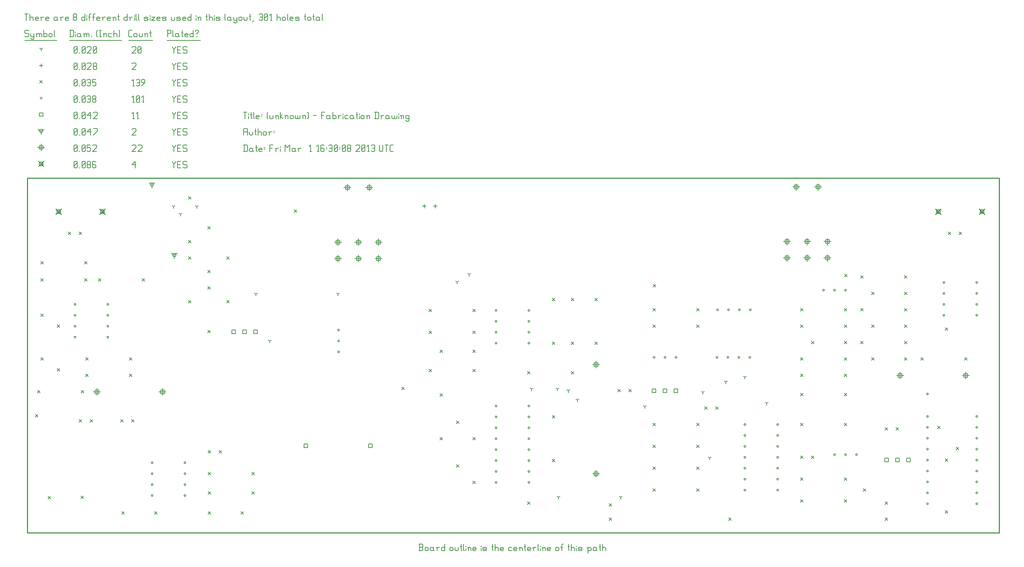
<source format=gbr>
G04 start of page 10 for group -3984 idx -3984 *
G04 Title: (unknown), fab *
G04 Creator: pcb 20110918 *
G04 CreationDate: Fri Mar  1 16:30:08 2013 UTC *
G04 For: fosse *
G04 Format: Gerber/RS-274X *
G04 PCB-Dimensions: 893500 333500 *
G04 PCB-Coordinate-Origin: lower left *
%MOIN*%
%FSLAX25Y25*%
%LNFAB*%
%ADD102C,0.0100*%
%ADD101C,0.0060*%
%ADD100R,0.0080X0.0080*%
%ADD99C,0.0001*%
G54D99*G36*
X833100Y303966D02*X838466Y298600D01*
X837900Y298034D01*
X832534Y303400D01*
X833100Y303966D01*
G37*
G36*
X832534Y298600D02*X837900Y303966D01*
X838466Y303400D01*
X833100Y298034D01*
X832534Y298600D01*
G37*
G54D100*X833900Y302600D02*X837100D01*
X833900D02*Y299400D01*
X837100D01*
Y302600D02*Y299400D01*
G54D99*G36*
X873100Y303966D02*X878466Y298600D01*
X877900Y298034D01*
X872534Y303400D01*
X873100Y303966D01*
G37*
G36*
X872534Y298600D02*X877900Y303966D01*
X878466Y303400D01*
X873100Y298034D01*
X872534Y298600D01*
G37*
G54D100*X873900Y302600D02*X877100D01*
X873900D02*Y299400D01*
X877100D01*
Y302600D02*Y299400D01*
G54D99*G36*
X28600Y303966D02*X33966Y298600D01*
X33400Y298034D01*
X28034Y303400D01*
X28600Y303966D01*
G37*
G36*
X28034Y298600D02*X33400Y303966D01*
X33966Y303400D01*
X28600Y298034D01*
X28034Y298600D01*
G37*
G54D100*X29400Y302600D02*X32600D01*
X29400D02*Y299400D01*
X32600D01*
Y302600D02*Y299400D01*
G54D99*G36*
X68600Y303966D02*X73966Y298600D01*
X73400Y298034D01*
X68034Y303400D01*
X68600Y303966D01*
G37*
G36*
X68034Y298600D02*X73400Y303966D01*
X73966Y303400D01*
X68600Y298034D01*
X68034Y298600D01*
G37*
G54D100*X69400Y302600D02*X72600D01*
X69400D02*Y299400D01*
X72600D01*
Y302600D02*Y299400D01*
G54D99*G36*
X12600Y347716D02*X17966Y342350D01*
X17400Y341784D01*
X12034Y347150D01*
X12600Y347716D01*
G37*
G36*
X12034Y342350D02*X17400Y347716D01*
X17966Y347150D01*
X12600Y341784D01*
X12034Y342350D01*
G37*
G54D100*X13400Y346350D02*X16600D01*
X13400D02*Y343150D01*
X16600D01*
Y346350D02*Y343150D01*
G54D101*X135000Y347000D02*Y346250D01*
X136500Y344750D01*
X138000Y346250D01*
Y347000D02*Y346250D01*
X136500Y344750D02*Y341000D01*
X139800Y344000D02*X142050D01*
X139800Y341000D02*X142800D01*
X139800Y347000D02*Y341000D01*
Y347000D02*X142800D01*
X147600D02*X148350Y346250D01*
X145350Y347000D02*X147600D01*
X144600Y346250D02*X145350Y347000D01*
X144600Y346250D02*Y344750D01*
X145350Y344000D01*
X147600D01*
X148350Y343250D01*
Y341750D01*
X147600Y341000D02*X148350Y341750D01*
X145350Y341000D02*X147600D01*
X144600Y341750D02*X145350Y341000D01*
X98000Y344000D02*X101000Y347000D01*
X98000Y344000D02*X101750D01*
X101000Y347000D02*Y341000D01*
X45000Y341750D02*X45750Y341000D01*
X45000Y346250D02*Y341750D01*
Y346250D02*X45750Y347000D01*
X47250D01*
X48000Y346250D01*
Y341750D01*
X47250Y341000D02*X48000Y341750D01*
X45750Y341000D02*X47250D01*
X45000Y342500D02*X48000Y345500D01*
X49800Y341000D02*X50550D01*
X52350Y341750D02*X53100Y341000D01*
X52350Y346250D02*Y341750D01*
Y346250D02*X53100Y347000D01*
X54600D01*
X55350Y346250D01*
Y341750D01*
X54600Y341000D02*X55350Y341750D01*
X53100Y341000D02*X54600D01*
X52350Y342500D02*X55350Y345500D01*
X57150Y341750D02*X57900Y341000D01*
X57150Y343250D02*Y341750D01*
Y343250D02*X57900Y344000D01*
X59400D01*
X60150Y343250D01*
Y341750D01*
X59400Y341000D02*X60150Y341750D01*
X57900Y341000D02*X59400D01*
X57150Y344750D02*X57900Y344000D01*
X57150Y346250D02*Y344750D01*
Y346250D02*X57900Y347000D01*
X59400D01*
X60150Y346250D01*
Y344750D01*
X59400Y344000D02*X60150Y344750D01*
X64200Y347000D02*X64950Y346250D01*
X62700Y347000D02*X64200D01*
X61950Y346250D02*X62700Y347000D01*
X61950Y346250D02*Y341750D01*
X62700Y341000D01*
X64200Y344000D02*X64950Y343250D01*
X61950Y344000D02*X64200D01*
X62700Y341000D02*X64200D01*
X64950Y341750D01*
Y343250D02*Y341750D01*
X705500Y326700D02*Y320300D01*
X702300Y323500D02*X708700D01*
X703900Y325100D02*X707100D01*
X703900D02*Y321900D01*
X707100D01*
Y325100D02*Y321900D01*
X725500Y326700D02*Y320300D01*
X722300Y323500D02*X728700D01*
X723900Y325100D02*X727100D01*
X723900D02*Y321900D01*
X727100D01*
Y325100D02*Y321900D01*
X715500Y276700D02*Y270300D01*
X712300Y273500D02*X718700D01*
X713900Y275100D02*X717100D01*
X713900D02*Y271900D01*
X717100D01*
Y275100D02*Y271900D01*
X697000Y276700D02*Y270300D01*
X693800Y273500D02*X700200D01*
X695400Y275100D02*X698600D01*
X695400D02*Y271900D01*
X698600D01*
Y275100D02*Y271900D01*
X734000Y276700D02*Y270300D01*
X730800Y273500D02*X737200D01*
X732400Y275100D02*X735600D01*
X732400D02*Y271900D01*
X735600D01*
Y275100D02*Y271900D01*
X697000Y261700D02*Y255300D01*
X693800Y258500D02*X700200D01*
X695400Y260100D02*X698600D01*
X695400D02*Y256900D01*
X698600D01*
Y260100D02*Y256900D01*
X715500Y261700D02*Y255300D01*
X712300Y258500D02*X718700D01*
X713900Y260100D02*X717100D01*
X713900D02*Y256900D01*
X717100D01*
Y260100D02*Y256900D01*
X734000Y261700D02*Y255300D01*
X730800Y258500D02*X737200D01*
X732400Y260100D02*X735600D01*
X732400D02*Y256900D01*
X735600D01*
Y260100D02*Y256900D01*
X522500Y164200D02*Y157800D01*
X519300Y161000D02*X525700D01*
X520900Y162600D02*X524100D01*
X520900D02*Y159400D01*
X524100D01*
Y162600D02*Y159400D01*
X522500Y64200D02*Y57800D01*
X519300Y61000D02*X525700D01*
X520900Y62600D02*X524100D01*
X520900D02*Y59400D01*
X524100D01*
Y62600D02*Y59400D01*
X295000Y326200D02*Y319800D01*
X291800Y323000D02*X298200D01*
X293400Y324600D02*X296600D01*
X293400D02*Y321400D01*
X296600D01*
Y324600D02*Y321400D01*
X315000Y326200D02*Y319800D01*
X311800Y323000D02*X318200D01*
X313400Y324600D02*X316600D01*
X313400D02*Y321400D01*
X316600D01*
Y324600D02*Y321400D01*
X305000Y276200D02*Y269800D01*
X301800Y273000D02*X308200D01*
X303400Y274600D02*X306600D01*
X303400D02*Y271400D01*
X306600D01*
Y274600D02*Y271400D01*
X286500Y276200D02*Y269800D01*
X283300Y273000D02*X289700D01*
X284900Y274600D02*X288100D01*
X284900D02*Y271400D01*
X288100D01*
Y274600D02*Y271400D01*
X323500Y276200D02*Y269800D01*
X320300Y273000D02*X326700D01*
X321900Y274600D02*X325100D01*
X321900D02*Y271400D01*
X325100D01*
Y274600D02*Y271400D01*
X286500Y261200D02*Y254800D01*
X283300Y258000D02*X289700D01*
X284900Y259600D02*X288100D01*
X284900D02*Y256400D01*
X288100D01*
Y259600D02*Y256400D01*
X305000Y261200D02*Y254800D01*
X301800Y258000D02*X308200D01*
X303400Y259600D02*X306600D01*
X303400D02*Y256400D01*
X306600D01*
Y259600D02*Y256400D01*
X323500Y261200D02*Y254800D01*
X320300Y258000D02*X326700D01*
X321900Y259600D02*X325100D01*
X321900D02*Y256400D01*
X325100D01*
Y259600D02*Y256400D01*
X800500Y154200D02*Y147800D01*
X797300Y151000D02*X803700D01*
X798900Y152600D02*X802100D01*
X798900D02*Y149400D01*
X802100D01*
Y152600D02*Y149400D01*
X860500Y154200D02*Y147800D01*
X857300Y151000D02*X863700D01*
X858900Y152600D02*X862100D01*
X858900D02*Y149400D01*
X862100D01*
Y152600D02*Y149400D01*
X66000Y139200D02*Y132800D01*
X62800Y136000D02*X69200D01*
X64400Y137600D02*X67600D01*
X64400D02*Y134400D01*
X67600D01*
Y137600D02*Y134400D01*
X126000Y139200D02*Y132800D01*
X122800Y136000D02*X129200D01*
X124400Y137600D02*X127600D01*
X124400D02*Y134400D01*
X127600D01*
Y137600D02*Y134400D01*
X15000Y362950D02*Y356550D01*
X11800Y359750D02*X18200D01*
X13400Y361350D02*X16600D01*
X13400D02*Y358150D01*
X16600D01*
Y361350D02*Y358150D01*
X135000Y362000D02*Y361250D01*
X136500Y359750D01*
X138000Y361250D01*
Y362000D02*Y361250D01*
X136500Y359750D02*Y356000D01*
X139800Y359000D02*X142050D01*
X139800Y356000D02*X142800D01*
X139800Y362000D02*Y356000D01*
Y362000D02*X142800D01*
X147600D02*X148350Y361250D01*
X145350Y362000D02*X147600D01*
X144600Y361250D02*X145350Y362000D01*
X144600Y361250D02*Y359750D01*
X145350Y359000D01*
X147600D01*
X148350Y358250D01*
Y356750D01*
X147600Y356000D02*X148350Y356750D01*
X145350Y356000D02*X147600D01*
X144600Y356750D02*X145350Y356000D01*
X98000Y361250D02*X98750Y362000D01*
X101000D01*
X101750Y361250D01*
Y359750D01*
X98000Y356000D02*X101750Y359750D01*
X98000Y356000D02*X101750D01*
X103550Y361250D02*X104300Y362000D01*
X106550D01*
X107300Y361250D01*
Y359750D01*
X103550Y356000D02*X107300Y359750D01*
X103550Y356000D02*X107300D01*
X45000Y356750D02*X45750Y356000D01*
X45000Y361250D02*Y356750D01*
Y361250D02*X45750Y362000D01*
X47250D01*
X48000Y361250D01*
Y356750D01*
X47250Y356000D02*X48000Y356750D01*
X45750Y356000D02*X47250D01*
X45000Y357500D02*X48000Y360500D01*
X49800Y356000D02*X50550D01*
X52350Y356750D02*X53100Y356000D01*
X52350Y361250D02*Y356750D01*
Y361250D02*X53100Y362000D01*
X54600D01*
X55350Y361250D01*
Y356750D01*
X54600Y356000D02*X55350Y356750D01*
X53100Y356000D02*X54600D01*
X52350Y357500D02*X55350Y360500D01*
X57150Y362000D02*X60150D01*
X57150D02*Y359000D01*
X57900Y359750D01*
X59400D01*
X60150Y359000D01*
Y356750D01*
X59400Y356000D02*X60150Y356750D01*
X57900Y356000D02*X59400D01*
X57150Y356750D02*X57900Y356000D01*
X61950Y361250D02*X62700Y362000D01*
X64950D01*
X65700Y361250D01*
Y359750D01*
X61950Y356000D02*X65700Y359750D01*
X61950Y356000D02*X65700D01*
X116351Y325795D02*Y322595D01*
Y325795D02*X119124Y327395D01*
X116351Y325795D02*X113578Y327395D01*
X114751Y325795D02*G75*G03X117951Y325795I1600J0D01*G01*
G75*G03X114751Y325795I-1600J0D01*G01*
X136823Y261228D02*Y258028D01*
Y261228D02*X139596Y262828D01*
X136823Y261228D02*X134050Y262828D01*
X135223Y261228D02*G75*G03X138423Y261228I1600J0D01*G01*
G75*G03X135223Y261228I-1600J0D01*G01*
X15000Y374750D02*Y371550D01*
Y374750D02*X17773Y376350D01*
X15000Y374750D02*X12227Y376350D01*
X13400Y374750D02*G75*G03X16600Y374750I1600J0D01*G01*
G75*G03X13400Y374750I-1600J0D01*G01*
X135000Y377000D02*Y376250D01*
X136500Y374750D01*
X138000Y376250D01*
Y377000D02*Y376250D01*
X136500Y374750D02*Y371000D01*
X139800Y374000D02*X142050D01*
X139800Y371000D02*X142800D01*
X139800Y377000D02*Y371000D01*
Y377000D02*X142800D01*
X147600D02*X148350Y376250D01*
X145350Y377000D02*X147600D01*
X144600Y376250D02*X145350Y377000D01*
X144600Y376250D02*Y374750D01*
X145350Y374000D01*
X147600D01*
X148350Y373250D01*
Y371750D01*
X147600Y371000D02*X148350Y371750D01*
X145350Y371000D02*X147600D01*
X144600Y371750D02*X145350Y371000D01*
X98000Y376250D02*X98750Y377000D01*
X101000D01*
X101750Y376250D01*
Y374750D01*
X98000Y371000D02*X101750Y374750D01*
X98000Y371000D02*X101750D01*
X45000Y371750D02*X45750Y371000D01*
X45000Y376250D02*Y371750D01*
Y376250D02*X45750Y377000D01*
X47250D01*
X48000Y376250D01*
Y371750D01*
X47250Y371000D02*X48000Y371750D01*
X45750Y371000D02*X47250D01*
X45000Y372500D02*X48000Y375500D01*
X49800Y371000D02*X50550D01*
X52350Y371750D02*X53100Y371000D01*
X52350Y376250D02*Y371750D01*
Y376250D02*X53100Y377000D01*
X54600D01*
X55350Y376250D01*
Y371750D01*
X54600Y371000D02*X55350Y371750D01*
X53100Y371000D02*X54600D01*
X52350Y372500D02*X55350Y375500D01*
X57150Y374000D02*X60150Y377000D01*
X57150Y374000D02*X60900D01*
X60150Y377000D02*Y371000D01*
X62700D02*X66450Y374750D01*
Y377000D02*Y374750D01*
X62700Y377000D02*X66450D01*
X255373Y88100D02*X258573D01*
X255373D02*Y84900D01*
X258573D01*
Y88100D02*Y84900D01*
X314428Y88100D02*X317628D01*
X314428D02*Y84900D01*
X317628D01*
Y88100D02*Y84900D01*
X209400Y192600D02*X212600D01*
X209400D02*Y189400D01*
X212600D01*
Y192600D02*Y189400D01*
X199400Y192600D02*X202600D01*
X199400D02*Y189400D01*
X202600D01*
Y192600D02*Y189400D01*
X189400Y192600D02*X192600D01*
X189400D02*Y189400D01*
X192600D01*
Y192600D02*Y189400D01*
X593900Y138600D02*X597100D01*
X593900D02*Y135400D01*
X597100D01*
Y138600D02*Y135400D01*
X583900Y138600D02*X587100D01*
X583900D02*Y135400D01*
X587100D01*
Y138600D02*Y135400D01*
X573900Y138600D02*X577100D01*
X573900D02*Y135400D01*
X577100D01*
Y138600D02*Y135400D01*
X806400Y75100D02*X809600D01*
X806400D02*Y71900D01*
X809600D01*
Y75100D02*Y71900D01*
X796400Y75100D02*X799600D01*
X796400D02*Y71900D01*
X799600D01*
Y75100D02*Y71900D01*
X786400Y75100D02*X789600D01*
X786400D02*Y71900D01*
X789600D01*
Y75100D02*Y71900D01*
X13400Y391350D02*X16600D01*
X13400D02*Y388150D01*
X16600D01*
Y391350D02*Y388150D01*
X135000Y392000D02*Y391250D01*
X136500Y389750D01*
X138000Y391250D01*
Y392000D02*Y391250D01*
X136500Y389750D02*Y386000D01*
X139800Y389000D02*X142050D01*
X139800Y386000D02*X142800D01*
X139800Y392000D02*Y386000D01*
Y392000D02*X142800D01*
X147600D02*X148350Y391250D01*
X145350Y392000D02*X147600D01*
X144600Y391250D02*X145350Y392000D01*
X144600Y391250D02*Y389750D01*
X145350Y389000D01*
X147600D01*
X148350Y388250D01*
Y386750D01*
X147600Y386000D02*X148350Y386750D01*
X145350Y386000D02*X147600D01*
X144600Y386750D02*X145350Y386000D01*
X98750D02*X100250D01*
X99500Y392000D02*Y386000D01*
X98000Y390500D02*X99500Y392000D01*
X102800Y386000D02*X104300D01*
X103550Y392000D02*Y386000D01*
X102050Y390500D02*X103550Y392000D01*
X45000Y386750D02*X45750Y386000D01*
X45000Y391250D02*Y386750D01*
Y391250D02*X45750Y392000D01*
X47250D01*
X48000Y391250D01*
Y386750D01*
X47250Y386000D02*X48000Y386750D01*
X45750Y386000D02*X47250D01*
X45000Y387500D02*X48000Y390500D01*
X49800Y386000D02*X50550D01*
X52350Y386750D02*X53100Y386000D01*
X52350Y391250D02*Y386750D01*
Y391250D02*X53100Y392000D01*
X54600D01*
X55350Y391250D01*
Y386750D01*
X54600Y386000D02*X55350Y386750D01*
X53100Y386000D02*X54600D01*
X52350Y387500D02*X55350Y390500D01*
X57150Y389000D02*X60150Y392000D01*
X57150Y389000D02*X60900D01*
X60150Y392000D02*Y386000D01*
X62700Y391250D02*X63450Y392000D01*
X65700D01*
X66450Y391250D01*
Y389750D01*
X62700Y386000D02*X66450Y389750D01*
X62700Y386000D02*X66450D01*
X729700Y229000D02*G75*G03X731300Y229000I800J0D01*G01*
G75*G03X729700Y229000I-800J0D01*G01*
X739700D02*G75*G03X741300Y229000I800J0D01*G01*
G75*G03X739700Y229000I-800J0D01*G01*
X749700D02*G75*G03X751300Y229000I800J0D01*G01*
G75*G03X749700Y229000I-800J0D01*G01*
X632200Y167500D02*G75*G03X633800Y167500I800J0D01*G01*
G75*G03X632200Y167500I-800J0D01*G01*
X642200D02*G75*G03X643800Y167500I800J0D01*G01*
G75*G03X642200Y167500I-800J0D01*G01*
X652200D02*G75*G03X653800Y167500I800J0D01*G01*
G75*G03X652200Y167500I-800J0D01*G01*
X662200D02*G75*G03X663800Y167500I800J0D01*G01*
G75*G03X662200Y167500I-800J0D01*G01*
X824700Y134000D02*G75*G03X826300Y134000I800J0D01*G01*
G75*G03X824700Y134000I-800J0D01*G01*
X869700Y113500D02*G75*G03X871300Y113500I800J0D01*G01*
G75*G03X869700Y113500I-800J0D01*G01*
Y103500D02*G75*G03X871300Y103500I800J0D01*G01*
G75*G03X869700Y103500I-800J0D01*G01*
Y93500D02*G75*G03X871300Y93500I800J0D01*G01*
G75*G03X869700Y93500I-800J0D01*G01*
Y83500D02*G75*G03X871300Y83500I800J0D01*G01*
G75*G03X869700Y83500I-800J0D01*G01*
Y73500D02*G75*G03X871300Y73500I800J0D01*G01*
G75*G03X869700Y73500I-800J0D01*G01*
Y63500D02*G75*G03X871300Y63500I800J0D01*G01*
G75*G03X869700Y63500I-800J0D01*G01*
Y53500D02*G75*G03X871300Y53500I800J0D01*G01*
G75*G03X869700Y53500I-800J0D01*G01*
Y43500D02*G75*G03X871300Y43500I800J0D01*G01*
G75*G03X869700Y43500I-800J0D01*G01*
Y33500D02*G75*G03X871300Y33500I800J0D01*G01*
G75*G03X869700Y33500I-800J0D01*G01*
X574700Y167500D02*G75*G03X576300Y167500I800J0D01*G01*
G75*G03X574700Y167500I-800J0D01*G01*
X584700D02*G75*G03X586300Y167500I800J0D01*G01*
G75*G03X584700Y167500I-800J0D01*G01*
X594700D02*G75*G03X596300Y167500I800J0D01*G01*
G75*G03X594700Y167500I-800J0D01*G01*
X739700Y78500D02*G75*G03X741300Y78500I800J0D01*G01*
G75*G03X739700Y78500I-800J0D01*G01*
X749700D02*G75*G03X751300Y78500I800J0D01*G01*
G75*G03X749700Y78500I-800J0D01*G01*
X759700D02*G75*G03X761300Y78500I800J0D01*G01*
G75*G03X759700Y78500I-800J0D01*G01*
X824700Y113500D02*G75*G03X826300Y113500I800J0D01*G01*
G75*G03X824700Y113500I-800J0D01*G01*
Y103500D02*G75*G03X826300Y103500I800J0D01*G01*
G75*G03X824700Y103500I-800J0D01*G01*
Y93500D02*G75*G03X826300Y93500I800J0D01*G01*
G75*G03X824700Y93500I-800J0D01*G01*
Y83500D02*G75*G03X826300Y83500I800J0D01*G01*
G75*G03X824700Y83500I-800J0D01*G01*
Y73500D02*G75*G03X826300Y73500I800J0D01*G01*
G75*G03X824700Y73500I-800J0D01*G01*
Y63500D02*G75*G03X826300Y63500I800J0D01*G01*
G75*G03X824700Y63500I-800J0D01*G01*
Y53500D02*G75*G03X826300Y53500I800J0D01*G01*
G75*G03X824700Y53500I-800J0D01*G01*
Y43500D02*G75*G03X826300Y43500I800J0D01*G01*
G75*G03X824700Y43500I-800J0D01*G01*
Y33500D02*G75*G03X826300Y33500I800J0D01*G01*
G75*G03X824700Y33500I-800J0D01*G01*
X286200Y192500D02*G75*G03X287800Y192500I800J0D01*G01*
G75*G03X286200Y192500I-800J0D01*G01*
Y182500D02*G75*G03X287800Y182500I800J0D01*G01*
G75*G03X286200Y182500I-800J0D01*G01*
Y172500D02*G75*G03X287800Y172500I800J0D01*G01*
G75*G03X286200Y172500I-800J0D01*G01*
X632700Y211000D02*G75*G03X634300Y211000I800J0D01*G01*
G75*G03X632700Y211000I-800J0D01*G01*
X642700D02*G75*G03X644300Y211000I800J0D01*G01*
G75*G03X642700Y211000I-800J0D01*G01*
X652700D02*G75*G03X654300Y211000I800J0D01*G01*
G75*G03X652700Y211000I-800J0D01*G01*
X662700D02*G75*G03X664300Y211000I800J0D01*G01*
G75*G03X662700Y211000I-800J0D01*G01*
X45200Y216000D02*G75*G03X46800Y216000I800J0D01*G01*
G75*G03X45200Y216000I-800J0D01*G01*
Y206000D02*G75*G03X46800Y206000I800J0D01*G01*
G75*G03X45200Y206000I-800J0D01*G01*
Y196000D02*G75*G03X46800Y196000I800J0D01*G01*
G75*G03X45200Y196000I-800J0D01*G01*
Y186000D02*G75*G03X46800Y186000I800J0D01*G01*
G75*G03X45200Y186000I-800J0D01*G01*
X75200D02*G75*G03X76800Y186000I800J0D01*G01*
G75*G03X75200Y186000I-800J0D01*G01*
Y196000D02*G75*G03X76800Y196000I800J0D01*G01*
G75*G03X75200Y196000I-800J0D01*G01*
Y206000D02*G75*G03X76800Y206000I800J0D01*G01*
G75*G03X75200Y206000I-800J0D01*G01*
Y216000D02*G75*G03X76800Y216000I800J0D01*G01*
G75*G03X75200Y216000I-800J0D01*G01*
X115700Y71000D02*G75*G03X117300Y71000I800J0D01*G01*
G75*G03X115700Y71000I-800J0D01*G01*
Y61000D02*G75*G03X117300Y61000I800J0D01*G01*
G75*G03X115700Y61000I-800J0D01*G01*
Y51000D02*G75*G03X117300Y51000I800J0D01*G01*
G75*G03X115700Y51000I-800J0D01*G01*
Y41000D02*G75*G03X117300Y41000I800J0D01*G01*
G75*G03X115700Y41000I-800J0D01*G01*
X145700D02*G75*G03X147300Y41000I800J0D01*G01*
G75*G03X145700Y41000I-800J0D01*G01*
Y51000D02*G75*G03X147300Y51000I800J0D01*G01*
G75*G03X145700Y51000I-800J0D01*G01*
Y61000D02*G75*G03X147300Y61000I800J0D01*G01*
G75*G03X145700Y61000I-800J0D01*G01*
Y71000D02*G75*G03X147300Y71000I800J0D01*G01*
G75*G03X145700Y71000I-800J0D01*G01*
X430200Y210500D02*G75*G03X431800Y210500I800J0D01*G01*
G75*G03X430200Y210500I-800J0D01*G01*
Y200500D02*G75*G03X431800Y200500I800J0D01*G01*
G75*G03X430200Y200500I-800J0D01*G01*
Y190500D02*G75*G03X431800Y190500I800J0D01*G01*
G75*G03X430200Y190500I-800J0D01*G01*
Y180500D02*G75*G03X431800Y180500I800J0D01*G01*
G75*G03X430200Y180500I-800J0D01*G01*
X460200D02*G75*G03X461800Y180500I800J0D01*G01*
G75*G03X460200Y180500I-800J0D01*G01*
Y190500D02*G75*G03X461800Y190500I800J0D01*G01*
G75*G03X460200Y190500I-800J0D01*G01*
Y200500D02*G75*G03X461800Y200500I800J0D01*G01*
G75*G03X460200Y200500I-800J0D01*G01*
Y210500D02*G75*G03X461800Y210500I800J0D01*G01*
G75*G03X460200Y210500I-800J0D01*G01*
X430200Y123000D02*G75*G03X431800Y123000I800J0D01*G01*
G75*G03X430200Y123000I-800J0D01*G01*
Y113000D02*G75*G03X431800Y113000I800J0D01*G01*
G75*G03X430200Y113000I-800J0D01*G01*
Y103000D02*G75*G03X431800Y103000I800J0D01*G01*
G75*G03X430200Y103000I-800J0D01*G01*
Y93000D02*G75*G03X431800Y93000I800J0D01*G01*
G75*G03X430200Y93000I-800J0D01*G01*
Y83000D02*G75*G03X431800Y83000I800J0D01*G01*
G75*G03X430200Y83000I-800J0D01*G01*
Y73000D02*G75*G03X431800Y73000I800J0D01*G01*
G75*G03X430200Y73000I-800J0D01*G01*
Y63000D02*G75*G03X431800Y63000I800J0D01*G01*
G75*G03X430200Y63000I-800J0D01*G01*
Y53000D02*G75*G03X431800Y53000I800J0D01*G01*
G75*G03X430200Y53000I-800J0D01*G01*
X460200D02*G75*G03X461800Y53000I800J0D01*G01*
G75*G03X460200Y53000I-800J0D01*G01*
Y63000D02*G75*G03X461800Y63000I800J0D01*G01*
G75*G03X460200Y63000I-800J0D01*G01*
Y73000D02*G75*G03X461800Y73000I800J0D01*G01*
G75*G03X460200Y73000I-800J0D01*G01*
Y83000D02*G75*G03X461800Y83000I800J0D01*G01*
G75*G03X460200Y83000I-800J0D01*G01*
Y93000D02*G75*G03X461800Y93000I800J0D01*G01*
G75*G03X460200Y93000I-800J0D01*G01*
Y103000D02*G75*G03X461800Y103000I800J0D01*G01*
G75*G03X460200Y103000I-800J0D01*G01*
Y113000D02*G75*G03X461800Y113000I800J0D01*G01*
G75*G03X460200Y113000I-800J0D01*G01*
Y123000D02*G75*G03X461800Y123000I800J0D01*G01*
G75*G03X460200Y123000I-800J0D01*G01*
X657700Y106000D02*G75*G03X659300Y106000I800J0D01*G01*
G75*G03X657700Y106000I-800J0D01*G01*
Y96000D02*G75*G03X659300Y96000I800J0D01*G01*
G75*G03X657700Y96000I-800J0D01*G01*
Y86000D02*G75*G03X659300Y86000I800J0D01*G01*
G75*G03X657700Y86000I-800J0D01*G01*
Y76000D02*G75*G03X659300Y76000I800J0D01*G01*
G75*G03X657700Y76000I-800J0D01*G01*
Y66000D02*G75*G03X659300Y66000I800J0D01*G01*
G75*G03X657700Y66000I-800J0D01*G01*
Y56000D02*G75*G03X659300Y56000I800J0D01*G01*
G75*G03X657700Y56000I-800J0D01*G01*
Y46000D02*G75*G03X659300Y46000I800J0D01*G01*
G75*G03X657700Y46000I-800J0D01*G01*
X687700D02*G75*G03X689300Y46000I800J0D01*G01*
G75*G03X687700Y46000I-800J0D01*G01*
Y56000D02*G75*G03X689300Y56000I800J0D01*G01*
G75*G03X687700Y56000I-800J0D01*G01*
Y66000D02*G75*G03X689300Y66000I800J0D01*G01*
G75*G03X687700Y66000I-800J0D01*G01*
Y76000D02*G75*G03X689300Y76000I800J0D01*G01*
G75*G03X687700Y76000I-800J0D01*G01*
Y86000D02*G75*G03X689300Y86000I800J0D01*G01*
G75*G03X687700Y86000I-800J0D01*G01*
Y96000D02*G75*G03X689300Y96000I800J0D01*G01*
G75*G03X687700Y96000I-800J0D01*G01*
Y106000D02*G75*G03X689300Y106000I800J0D01*G01*
G75*G03X687700Y106000I-800J0D01*G01*
X839700Y236000D02*G75*G03X841300Y236000I800J0D01*G01*
G75*G03X839700Y236000I-800J0D01*G01*
Y226000D02*G75*G03X841300Y226000I800J0D01*G01*
G75*G03X839700Y226000I-800J0D01*G01*
Y216000D02*G75*G03X841300Y216000I800J0D01*G01*
G75*G03X839700Y216000I-800J0D01*G01*
Y206000D02*G75*G03X841300Y206000I800J0D01*G01*
G75*G03X839700Y206000I-800J0D01*G01*
X869700D02*G75*G03X871300Y206000I800J0D01*G01*
G75*G03X869700Y206000I-800J0D01*G01*
Y216000D02*G75*G03X871300Y216000I800J0D01*G01*
G75*G03X869700Y216000I-800J0D01*G01*
Y226000D02*G75*G03X871300Y226000I800J0D01*G01*
G75*G03X869700Y226000I-800J0D01*G01*
Y236000D02*G75*G03X871300Y236000I800J0D01*G01*
G75*G03X869700Y236000I-800J0D01*G01*
X14200Y404750D02*G75*G03X15800Y404750I800J0D01*G01*
G75*G03X14200Y404750I-800J0D01*G01*
X135000Y407000D02*Y406250D01*
X136500Y404750D01*
X138000Y406250D01*
Y407000D02*Y406250D01*
X136500Y404750D02*Y401000D01*
X139800Y404000D02*X142050D01*
X139800Y401000D02*X142800D01*
X139800Y407000D02*Y401000D01*
Y407000D02*X142800D01*
X147600D02*X148350Y406250D01*
X145350Y407000D02*X147600D01*
X144600Y406250D02*X145350Y407000D01*
X144600Y406250D02*Y404750D01*
X145350Y404000D01*
X147600D01*
X148350Y403250D01*
Y401750D01*
X147600Y401000D02*X148350Y401750D01*
X145350Y401000D02*X147600D01*
X144600Y401750D02*X145350Y401000D01*
X98750D02*X100250D01*
X99500Y407000D02*Y401000D01*
X98000Y405500D02*X99500Y407000D01*
X102050Y401750D02*X102800Y401000D01*
X102050Y406250D02*Y401750D01*
Y406250D02*X102800Y407000D01*
X104300D01*
X105050Y406250D01*
Y401750D01*
X104300Y401000D02*X105050Y401750D01*
X102800Y401000D02*X104300D01*
X102050Y402500D02*X105050Y405500D01*
X107600Y401000D02*X109100D01*
X108350Y407000D02*Y401000D01*
X106850Y405500D02*X108350Y407000D01*
X45000Y401750D02*X45750Y401000D01*
X45000Y406250D02*Y401750D01*
Y406250D02*X45750Y407000D01*
X47250D01*
X48000Y406250D01*
Y401750D01*
X47250Y401000D02*X48000Y401750D01*
X45750Y401000D02*X47250D01*
X45000Y402500D02*X48000Y405500D01*
X49800Y401000D02*X50550D01*
X52350Y401750D02*X53100Y401000D01*
X52350Y406250D02*Y401750D01*
Y406250D02*X53100Y407000D01*
X54600D01*
X55350Y406250D01*
Y401750D01*
X54600Y401000D02*X55350Y401750D01*
X53100Y401000D02*X54600D01*
X52350Y402500D02*X55350Y405500D01*
X57150Y406250D02*X57900Y407000D01*
X59400D01*
X60150Y406250D01*
Y401750D01*
X59400Y401000D02*X60150Y401750D01*
X57900Y401000D02*X59400D01*
X57150Y401750D02*X57900Y401000D01*
Y404000D02*X60150D01*
X61950Y401750D02*X62700Y401000D01*
X61950Y403250D02*Y401750D01*
Y403250D02*X62700Y404000D01*
X64200D01*
X64950Y403250D01*
Y401750D01*
X64200Y401000D02*X64950Y401750D01*
X62700Y401000D02*X64200D01*
X61950Y404750D02*X62700Y404000D01*
X61950Y406250D02*Y404750D01*
Y406250D02*X62700Y407000D01*
X64200D01*
X64950Y406250D01*
Y404750D01*
X64200Y404000D02*X64950Y404750D01*
X774300Y227200D02*X776700Y224800D01*
X774300D02*X776700Y227200D01*
X804300D02*X806700Y224800D01*
X804300D02*X806700Y227200D01*
X574300Y107200D02*X576700Y104800D01*
X574300D02*X576700Y107200D01*
X614300D02*X616700Y104800D01*
X614300D02*X616700Y107200D01*
X709300Y37200D02*X711700Y34800D01*
X709300D02*X711700Y37200D01*
X749300D02*X751700Y34800D01*
X749300D02*X751700Y37200D01*
X167800Y26200D02*X170200Y23800D01*
X167800D02*X170200Y26200D01*
X197800D02*X200200Y23800D01*
X197800D02*X200200Y26200D01*
X709300Y197200D02*X711700Y194800D01*
X709300D02*X711700Y197200D01*
X749300D02*X751700Y194800D01*
X749300D02*X751700Y197200D01*
X709300Y77200D02*X711700Y74800D01*
X709300D02*X711700Y77200D01*
X719300D02*X721700Y74800D01*
X719300D02*X721700Y77200D01*
X709300Y134700D02*X711700Y132300D01*
X709300D02*X711700Y134700D01*
X749300D02*X751700Y132300D01*
X749300D02*X751700Y134700D01*
X764300Y212200D02*X766700Y209800D01*
X764300D02*X766700Y212200D01*
X804300D02*X806700Y209800D01*
X804300D02*X806700Y212200D01*
X621800Y122200D02*X624200Y119800D01*
X621800D02*X624200Y122200D01*
X631800D02*X634200Y119800D01*
X631800D02*X634200Y122200D01*
X167800Y62200D02*X170200Y59800D01*
X167800D02*X170200Y62200D01*
X207800D02*X210200Y59800D01*
X207800D02*X210200Y62200D01*
X167800Y44700D02*X170200Y42300D01*
X167800D02*X170200Y44700D01*
X207800D02*X210200Y42300D01*
X207800D02*X210200Y44700D01*
X409800Y94200D02*X412200Y91800D01*
X409800D02*X412200Y94200D01*
X409800Y54200D02*X412200Y51800D01*
X409800D02*X412200Y54200D01*
X786800Y103200D02*X789200Y100800D01*
X786800D02*X789200Y103200D01*
X796800D02*X799200Y100800D01*
X796800D02*X799200Y103200D01*
X709300Y212200D02*X711700Y209800D01*
X709300D02*X711700Y212200D01*
X749300D02*X751700Y209800D01*
X749300D02*X751700Y212200D01*
X167800Y82200D02*X170200Y79800D01*
X167800D02*X170200Y82200D01*
X177800D02*X180200Y79800D01*
X177800D02*X180200Y82200D01*
X819300Y167200D02*X821700Y164800D01*
X819300D02*X821700Y167200D01*
X859300D02*X861700Y164800D01*
X859300D02*X861700Y167200D01*
X774300D02*X776700Y164800D01*
X774300D02*X776700Y167200D01*
X804300D02*X806700Y164800D01*
X804300D02*X806700Y167200D01*
X574300Y87200D02*X576700Y84800D01*
X574300D02*X576700Y87200D01*
X614300D02*X616700Y84800D01*
X614300D02*X616700Y87200D01*
X764300Y182200D02*X766700Y179800D01*
X764300D02*X766700Y182200D01*
X804300D02*X806700Y179800D01*
X804300D02*X806700Y182200D01*
X709300Y167200D02*X711700Y164800D01*
X709300D02*X711700Y167200D01*
X749300D02*X751700Y164800D01*
X749300D02*X751700Y167200D01*
X774300Y197200D02*X776700Y194800D01*
X774300D02*X776700Y197200D01*
X804300D02*X806700Y194800D01*
X804300D02*X806700Y197200D01*
X709300Y107200D02*X711700Y104800D01*
X709300D02*X711700Y107200D01*
X749300D02*X751700Y104800D01*
X749300D02*X751700Y107200D01*
X709300Y152200D02*X711700Y149800D01*
X709300D02*X711700Y152200D01*
X749300D02*X751700Y149800D01*
X749300D02*X751700Y152200D01*
X574300Y67200D02*X576700Y64800D01*
X574300D02*X576700Y67200D01*
X614300D02*X616700Y64800D01*
X614300D02*X616700Y67200D01*
X719300Y182200D02*X721700Y179800D01*
X719300D02*X721700Y182200D01*
X749300D02*X751700Y179800D01*
X749300D02*X751700Y182200D01*
X764300Y242200D02*X766700Y239800D01*
X764300D02*X766700Y242200D01*
X804300D02*X806700Y239800D01*
X804300D02*X806700Y242200D01*
X67300Y239700D02*X69700Y237300D01*
X67300D02*X69700Y239700D01*
X107300D02*X109700Y237300D01*
X107300D02*X109700Y239700D01*
X14800Y255200D02*X17200Y252800D01*
X14800D02*X17200Y255200D01*
X54800D02*X57200Y252800D01*
X54800D02*X57200Y255200D01*
X14800Y239700D02*X17200Y237300D01*
X14800D02*X17200Y239700D01*
X54800D02*X57200Y237300D01*
X54800D02*X57200Y239700D01*
X574300Y212200D02*X576700Y209800D01*
X574300D02*X576700Y212200D01*
X614300D02*X616700Y209800D01*
X614300D02*X616700Y212200D01*
X709300Y57200D02*X711700Y54800D01*
X709300D02*X711700Y57200D01*
X749300D02*X751700Y54800D01*
X749300D02*X751700Y57200D01*
X574300Y47200D02*X576700Y44800D01*
X574300D02*X576700Y47200D01*
X614300D02*X616700Y44800D01*
X614300D02*X616700Y47200D01*
X369800Y156700D02*X372200Y154300D01*
X369800D02*X372200Y156700D01*
X409800D02*X412200Y154300D01*
X409800D02*X412200Y156700D01*
X521300Y221700D02*X523700Y219300D01*
X521300D02*X523700Y221700D01*
X521300Y181700D02*X523700Y179300D01*
X521300D02*X523700Y181700D01*
X379800Y134200D02*X382200Y131800D01*
X379800D02*X382200Y134200D01*
X379800Y94200D02*X382200Y91800D01*
X379800D02*X382200Y94200D01*
X394800Y109200D02*X397200Y106800D01*
X394800D02*X397200Y109200D01*
X394800Y69200D02*X397200Y66800D01*
X394800D02*X397200Y69200D01*
X482300Y114200D02*X484700Y111800D01*
X482300D02*X484700Y114200D01*
X482300Y74200D02*X484700Y71800D01*
X482300D02*X484700Y74200D01*
X369800Y191700D02*X372200Y189300D01*
X369800D02*X372200Y191700D01*
X409800D02*X412200Y189300D01*
X409800D02*X412200Y191700D01*
X379800Y174200D02*X382200Y171800D01*
X379800D02*X382200Y174200D01*
X409800D02*X412200Y171800D01*
X409800D02*X412200Y174200D01*
X459800Y154700D02*X462200Y152300D01*
X459800D02*X462200Y154700D01*
X499800D02*X502200Y152300D01*
X499800D02*X502200Y154700D01*
X369800Y211700D02*X372200Y209300D01*
X369800D02*X372200Y211700D01*
X409800D02*X412200Y209300D01*
X409800D02*X412200Y211700D01*
X574300Y197200D02*X576700Y194800D01*
X574300D02*X576700Y197200D01*
X614300D02*X616700Y194800D01*
X614300D02*X616700Y197200D01*
X542300Y138200D02*X544700Y135800D01*
X542300D02*X544700Y138200D01*
X552300D02*X554700Y135800D01*
X552300D02*X554700Y138200D01*
X14800Y207200D02*X17200Y204800D01*
X14800D02*X17200Y207200D01*
X14800Y167200D02*X17200Y164800D01*
X14800D02*X17200Y167200D01*
X29800Y197200D02*X32200Y194800D01*
X29800D02*X32200Y197200D01*
X29800Y157200D02*X32200Y154800D01*
X29800D02*X32200Y157200D01*
X55800Y167200D02*X58200Y164800D01*
X55800D02*X58200Y167200D01*
X95800D02*X98200Y164800D01*
X95800D02*X98200Y167200D01*
X55800Y152200D02*X58200Y149800D01*
X55800D02*X58200Y152200D01*
X95800D02*X98200Y149800D01*
X95800D02*X98200Y152200D01*
X11800Y137200D02*X14200Y134800D01*
X11800D02*X14200Y137200D01*
X51800D02*X54200Y134800D01*
X51800D02*X54200Y137200D01*
X88800Y26200D02*X91200Y23800D01*
X88800D02*X91200Y26200D01*
X118800D02*X121200Y23800D01*
X118800D02*X121200Y26200D01*
X167300Y192200D02*X169700Y189800D01*
X167300D02*X169700Y192200D01*
X167300Y232200D02*X169700Y229800D01*
X167300D02*X169700Y232200D01*
X184800Y259700D02*X187200Y257300D01*
X184800D02*X187200Y259700D01*
X184800Y219700D02*X187200Y217300D01*
X184800D02*X187200Y219700D01*
X167300Y287200D02*X169700Y284800D01*
X167300D02*X169700Y287200D01*
X167300Y247200D02*X169700Y244800D01*
X167300D02*X169700Y247200D01*
X149800Y314700D02*X152200Y312300D01*
X149800D02*X152200Y314700D01*
X149800Y274700D02*X152200Y272300D01*
X149800D02*X152200Y274700D01*
X149800Y259700D02*X152200Y257300D01*
X149800D02*X152200Y259700D01*
X149800Y219700D02*X152200Y217300D01*
X149800D02*X152200Y219700D01*
X499800Y221700D02*X502200Y219300D01*
X499800D02*X502200Y221700D01*
X499800Y181700D02*X502200Y179300D01*
X499800D02*X502200Y181700D01*
X482300Y221700D02*X484700Y219300D01*
X482300D02*X484700Y221700D01*
X482300Y181700D02*X484700Y179300D01*
X482300D02*X484700Y181700D01*
X844300Y282200D02*X846700Y279800D01*
X844300D02*X846700Y282200D01*
X854300D02*X856700Y279800D01*
X854300D02*X856700Y282200D01*
X39800D02*X42200Y279800D01*
X39800D02*X42200Y282200D01*
X49800D02*X52200Y279800D01*
X49800D02*X52200Y282200D01*
X49800Y110700D02*X52200Y108300D01*
X49800D02*X52200Y110700D01*
X59800D02*X62200Y108300D01*
X59800D02*X62200Y110700D01*
X87800D02*X90200Y108300D01*
X87800D02*X90200Y110700D01*
X97800D02*X100200Y108300D01*
X97800D02*X100200Y110700D01*
X51300Y40700D02*X53700Y38300D01*
X51300D02*X53700Y40700D01*
X21378Y40307D02*X23778Y37907D01*
X21378D02*X23778Y40307D01*
X841800Y74700D02*X844200Y72300D01*
X841800D02*X844200Y74700D01*
X841800Y194700D02*X844200Y192300D01*
X841800D02*X844200Y194700D01*
X841800Y27200D02*X844200Y24800D01*
X841800D02*X844200Y27200D01*
X851800Y85200D02*X854200Y82800D01*
X851800D02*X854200Y85200D01*
X9800Y115200D02*X12200Y112800D01*
X9800D02*X12200Y115200D01*
X643800Y20700D02*X646200Y18300D01*
X643800D02*X646200Y20700D01*
X246300Y302700D02*X248700Y300300D01*
X246300D02*X248700Y302700D01*
X534300Y20700D02*X536700Y18300D01*
X534300D02*X536700Y20700D01*
X834800Y104700D02*X837200Y102300D01*
X834800D02*X837200Y104700D01*
X534300Y33700D02*X536700Y31300D01*
X534300D02*X536700Y33700D01*
X786800Y35200D02*X789200Y32800D01*
X786800D02*X789200Y35200D01*
X786800Y20700D02*X789200Y18300D01*
X786800D02*X789200Y20700D01*
X766800Y47200D02*X769200Y44800D01*
X766800D02*X769200Y47200D01*
X344800Y140200D02*X347200Y137800D01*
X344800D02*X347200Y140200D01*
X749800Y243700D02*X752200Y241300D01*
X749800D02*X752200Y243700D01*
X574800Y234200D02*X577200Y231800D01*
X574800D02*X577200Y234200D01*
X459800Y35200D02*X462200Y32800D01*
X459800D02*X462200Y35200D01*
X13800Y420950D02*X16200Y418550D01*
X13800D02*X16200Y420950D01*
X135000Y422000D02*Y421250D01*
X136500Y419750D01*
X138000Y421250D01*
Y422000D02*Y421250D01*
X136500Y419750D02*Y416000D01*
X139800Y419000D02*X142050D01*
X139800Y416000D02*X142800D01*
X139800Y422000D02*Y416000D01*
Y422000D02*X142800D01*
X147600D02*X148350Y421250D01*
X145350Y422000D02*X147600D01*
X144600Y421250D02*X145350Y422000D01*
X144600Y421250D02*Y419750D01*
X145350Y419000D01*
X147600D01*
X148350Y418250D01*
Y416750D01*
X147600Y416000D02*X148350Y416750D01*
X145350Y416000D02*X147600D01*
X144600Y416750D02*X145350Y416000D01*
X98750D02*X100250D01*
X99500Y422000D02*Y416000D01*
X98000Y420500D02*X99500Y422000D01*
X102050Y421250D02*X102800Y422000D01*
X104300D01*
X105050Y421250D01*
Y416750D01*
X104300Y416000D02*X105050Y416750D01*
X102800Y416000D02*X104300D01*
X102050Y416750D02*X102800Y416000D01*
Y419000D02*X105050D01*
X106850Y416000D02*X109850Y419000D01*
Y421250D02*Y419000D01*
X109100Y422000D02*X109850Y421250D01*
X107600Y422000D02*X109100D01*
X106850Y421250D02*X107600Y422000D01*
X106850Y421250D02*Y419750D01*
X107600Y419000D01*
X109850D01*
X45000Y416750D02*X45750Y416000D01*
X45000Y421250D02*Y416750D01*
Y421250D02*X45750Y422000D01*
X47250D01*
X48000Y421250D01*
Y416750D01*
X47250Y416000D02*X48000Y416750D01*
X45750Y416000D02*X47250D01*
X45000Y417500D02*X48000Y420500D01*
X49800Y416000D02*X50550D01*
X52350Y416750D02*X53100Y416000D01*
X52350Y421250D02*Y416750D01*
Y421250D02*X53100Y422000D01*
X54600D01*
X55350Y421250D01*
Y416750D01*
X54600Y416000D02*X55350Y416750D01*
X53100Y416000D02*X54600D01*
X52350Y417500D02*X55350Y420500D01*
X57150Y421250D02*X57900Y422000D01*
X59400D01*
X60150Y421250D01*
Y416750D01*
X59400Y416000D02*X60150Y416750D01*
X57900Y416000D02*X59400D01*
X57150Y416750D02*X57900Y416000D01*
Y419000D02*X60150D01*
X61950Y422000D02*X64950D01*
X61950D02*Y419000D01*
X62700Y419750D01*
X64200D01*
X64950Y419000D01*
Y416750D01*
X64200Y416000D02*X64950Y416750D01*
X62700Y416000D02*X64200D01*
X61950Y416750D02*X62700Y416000D01*
X375500Y307600D02*Y304400D01*
X373900Y306000D02*X377100D01*
X365500Y307600D02*Y304400D01*
X363900Y306000D02*X367100D01*
X15000Y436350D02*Y433150D01*
X13400Y434750D02*X16600D01*
X135000Y437000D02*Y436250D01*
X136500Y434750D01*
X138000Y436250D01*
Y437000D02*Y436250D01*
X136500Y434750D02*Y431000D01*
X139800Y434000D02*X142050D01*
X139800Y431000D02*X142800D01*
X139800Y437000D02*Y431000D01*
Y437000D02*X142800D01*
X147600D02*X148350Y436250D01*
X145350Y437000D02*X147600D01*
X144600Y436250D02*X145350Y437000D01*
X144600Y436250D02*Y434750D01*
X145350Y434000D01*
X147600D01*
X148350Y433250D01*
Y431750D01*
X147600Y431000D02*X148350Y431750D01*
X145350Y431000D02*X147600D01*
X144600Y431750D02*X145350Y431000D01*
X98000Y436250D02*X98750Y437000D01*
X101000D01*
X101750Y436250D01*
Y434750D01*
X98000Y431000D02*X101750Y434750D01*
X98000Y431000D02*X101750D01*
X45000Y431750D02*X45750Y431000D01*
X45000Y436250D02*Y431750D01*
Y436250D02*X45750Y437000D01*
X47250D01*
X48000Y436250D01*
Y431750D01*
X47250Y431000D02*X48000Y431750D01*
X45750Y431000D02*X47250D01*
X45000Y432500D02*X48000Y435500D01*
X49800Y431000D02*X50550D01*
X52350Y431750D02*X53100Y431000D01*
X52350Y436250D02*Y431750D01*
Y436250D02*X53100Y437000D01*
X54600D01*
X55350Y436250D01*
Y431750D01*
X54600Y431000D02*X55350Y431750D01*
X53100Y431000D02*X54600D01*
X52350Y432500D02*X55350Y435500D01*
X57150Y436250D02*X57900Y437000D01*
X60150D01*
X60900Y436250D01*
Y434750D01*
X57150Y431000D02*X60900Y434750D01*
X57150Y431000D02*X60900D01*
X62700Y431750D02*X63450Y431000D01*
X62700Y433250D02*Y431750D01*
Y433250D02*X63450Y434000D01*
X64950D01*
X65700Y433250D01*
Y431750D01*
X64950Y431000D02*X65700Y431750D01*
X63450Y431000D02*X64950D01*
X62700Y434750D02*X63450Y434000D01*
X62700Y436250D02*Y434750D01*
Y436250D02*X63450Y437000D01*
X64950D01*
X65700Y436250D01*
Y434750D01*
X64950Y434000D02*X65700Y434750D01*
X157500Y305500D02*Y303900D01*
Y305500D02*X158887Y306300D01*
X157500Y305500D02*X156113Y306300D01*
X136000Y305500D02*Y303900D01*
Y305500D02*X137387Y306300D01*
X136000Y305500D02*X134613Y306300D01*
X142500Y298500D02*Y296900D01*
Y298500D02*X143887Y299300D01*
X142500Y298500D02*X141113Y299300D01*
X211500Y225500D02*Y223900D01*
Y225500D02*X212887Y226300D01*
X211500Y225500D02*X210113Y226300D01*
X487000Y138500D02*Y136900D01*
Y138500D02*X488387Y139300D01*
X487000Y138500D02*X485613Y139300D01*
X641000Y145000D02*Y143400D01*
Y145000D02*X642387Y145800D01*
X641000Y145000D02*X639613Y145800D01*
X286500Y225500D02*Y223900D01*
Y225500D02*X287887Y226300D01*
X286500Y225500D02*X285113Y226300D01*
X497000Y137000D02*Y135400D01*
Y137000D02*X498387Y137800D01*
X497000Y137000D02*X495613Y137800D01*
X505500Y128500D02*Y126900D01*
Y128500D02*X506887Y129300D01*
X505500Y128500D02*X504113Y129300D01*
X620000Y135500D02*Y133900D01*
Y135500D02*X621387Y136300D01*
X620000Y135500D02*X618613Y136300D01*
X395500Y236500D02*Y234900D01*
Y236500D02*X396887Y237300D01*
X395500Y236500D02*X394113Y237300D01*
X567000Y122500D02*Y120900D01*
Y122500D02*X568387Y123300D01*
X567000Y122500D02*X565613Y123300D01*
X488000Y39500D02*Y37900D01*
Y39500D02*X489387Y40300D01*
X488000Y39500D02*X486613Y40300D01*
X545000Y39500D02*Y37900D01*
Y39500D02*X546387Y40300D01*
X545000Y39500D02*X543613Y40300D01*
X463500Y138500D02*Y136900D01*
Y138500D02*X464887Y139300D01*
X463500Y138500D02*X462113Y139300D01*
X406500Y243500D02*Y241900D01*
Y243500D02*X407887Y244300D01*
X406500Y243500D02*X405113Y244300D01*
X224000Y182500D02*Y180900D01*
Y182500D02*X225387Y183300D01*
X224000Y182500D02*X222613Y183300D01*
X626500Y75500D02*Y73900D01*
Y75500D02*X627887Y76300D01*
X626500Y75500D02*X625113Y76300D01*
X678500Y125500D02*Y123900D01*
Y125500D02*X679887Y126300D01*
X678500Y125500D02*X677113Y126300D01*
X658500Y149500D02*Y147900D01*
Y149500D02*X659887Y150300D01*
X658500Y149500D02*X657113Y150300D01*
X15000Y449750D02*Y448150D01*
Y449750D02*X16387Y450550D01*
X15000Y449750D02*X13613Y450550D01*
X135000Y452000D02*Y451250D01*
X136500Y449750D01*
X138000Y451250D01*
Y452000D02*Y451250D01*
X136500Y449750D02*Y446000D01*
X139800Y449000D02*X142050D01*
X139800Y446000D02*X142800D01*
X139800Y452000D02*Y446000D01*
Y452000D02*X142800D01*
X147600D02*X148350Y451250D01*
X145350Y452000D02*X147600D01*
X144600Y451250D02*X145350Y452000D01*
X144600Y451250D02*Y449750D01*
X145350Y449000D01*
X147600D01*
X148350Y448250D01*
Y446750D01*
X147600Y446000D02*X148350Y446750D01*
X145350Y446000D02*X147600D01*
X144600Y446750D02*X145350Y446000D01*
X98000Y451250D02*X98750Y452000D01*
X101000D01*
X101750Y451250D01*
Y449750D01*
X98000Y446000D02*X101750Y449750D01*
X98000Y446000D02*X101750D01*
X103550Y446750D02*X104300Y446000D01*
X103550Y451250D02*Y446750D01*
Y451250D02*X104300Y452000D01*
X105800D01*
X106550Y451250D01*
Y446750D01*
X105800Y446000D02*X106550Y446750D01*
X104300Y446000D02*X105800D01*
X103550Y447500D02*X106550Y450500D01*
X45000Y446750D02*X45750Y446000D01*
X45000Y451250D02*Y446750D01*
Y451250D02*X45750Y452000D01*
X47250D01*
X48000Y451250D01*
Y446750D01*
X47250Y446000D02*X48000Y446750D01*
X45750Y446000D02*X47250D01*
X45000Y447500D02*X48000Y450500D01*
X49800Y446000D02*X50550D01*
X52350Y446750D02*X53100Y446000D01*
X52350Y451250D02*Y446750D01*
Y451250D02*X53100Y452000D01*
X54600D01*
X55350Y451250D01*
Y446750D01*
X54600Y446000D02*X55350Y446750D01*
X53100Y446000D02*X54600D01*
X52350Y447500D02*X55350Y450500D01*
X57150Y451250D02*X57900Y452000D01*
X60150D01*
X60900Y451250D01*
Y449750D01*
X57150Y446000D02*X60900Y449750D01*
X57150Y446000D02*X60900D01*
X62700Y446750D02*X63450Y446000D01*
X62700Y451250D02*Y446750D01*
Y451250D02*X63450Y452000D01*
X64950D01*
X65700Y451250D01*
Y446750D01*
X64950Y446000D02*X65700Y446750D01*
X63450Y446000D02*X64950D01*
X62700Y447500D02*X65700Y450500D01*
X3000Y467000D02*X3750Y466250D01*
X750Y467000D02*X3000D01*
X0Y466250D02*X750Y467000D01*
X0Y466250D02*Y464750D01*
X750Y464000D01*
X3000D01*
X3750Y463250D01*
Y461750D01*
X3000Y461000D02*X3750Y461750D01*
X750Y461000D02*X3000D01*
X0Y461750D02*X750Y461000D01*
X5550Y464000D02*Y461750D01*
X6300Y461000D01*
X8550Y464000D02*Y459500D01*
X7800Y458750D02*X8550Y459500D01*
X6300Y458750D02*X7800D01*
X5550Y459500D02*X6300Y458750D01*
Y461000D02*X7800D01*
X8550Y461750D01*
X11100Y463250D02*Y461000D01*
Y463250D02*X11850Y464000D01*
X12600D01*
X13350Y463250D01*
Y461000D01*
Y463250D02*X14100Y464000D01*
X14850D01*
X15600Y463250D01*
Y461000D01*
X10350Y464000D02*X11100Y463250D01*
X17400Y467000D02*Y461000D01*
Y461750D02*X18150Y461000D01*
X19650D01*
X20400Y461750D01*
Y463250D02*Y461750D01*
X19650Y464000D02*X20400Y463250D01*
X18150Y464000D02*X19650D01*
X17400Y463250D02*X18150Y464000D01*
X22200Y463250D02*Y461750D01*
Y463250D02*X22950Y464000D01*
X24450D01*
X25200Y463250D01*
Y461750D01*
X24450Y461000D02*X25200Y461750D01*
X22950Y461000D02*X24450D01*
X22200Y461750D02*X22950Y461000D01*
X27000Y467000D02*Y461750D01*
X27750Y461000D01*
X0Y457750D02*X29250D01*
X41750Y467000D02*Y461000D01*
X44000Y467000D02*X44750Y466250D01*
Y461750D01*
X44000Y461000D02*X44750Y461750D01*
X41000Y461000D02*X44000D01*
X41000Y467000D02*X44000D01*
X46550Y465500D02*Y464750D01*
Y463250D02*Y461000D01*
X50300Y464000D02*X51050Y463250D01*
X48800Y464000D02*X50300D01*
X48050Y463250D02*X48800Y464000D01*
X48050Y463250D02*Y461750D01*
X48800Y461000D01*
X51050Y464000D02*Y461750D01*
X51800Y461000D01*
X48800D02*X50300D01*
X51050Y461750D01*
X54350Y463250D02*Y461000D01*
Y463250D02*X55100Y464000D01*
X55850D01*
X56600Y463250D01*
Y461000D01*
Y463250D02*X57350Y464000D01*
X58100D01*
X58850Y463250D01*
Y461000D01*
X53600Y464000D02*X54350Y463250D01*
X60650Y461000D02*X61400D01*
X65900Y461750D02*X66650Y461000D01*
X65900Y466250D02*X66650Y467000D01*
X65900Y466250D02*Y461750D01*
X68450Y467000D02*X69950D01*
X69200D02*Y461000D01*
X68450D02*X69950D01*
X72500Y463250D02*Y461000D01*
Y463250D02*X73250Y464000D01*
X74000D01*
X74750Y463250D01*
Y461000D01*
X71750Y464000D02*X72500Y463250D01*
X77300Y464000D02*X79550D01*
X76550Y463250D02*X77300Y464000D01*
X76550Y463250D02*Y461750D01*
X77300Y461000D01*
X79550D01*
X81350Y467000D02*Y461000D01*
Y463250D02*X82100Y464000D01*
X83600D01*
X84350Y463250D01*
Y461000D01*
X86150Y467000D02*X86900Y466250D01*
Y461750D01*
X86150Y461000D02*X86900Y461750D01*
X41000Y457750D02*X88700D01*
X95750Y461000D02*X98000D01*
X95000Y461750D02*X95750Y461000D01*
X95000Y466250D02*Y461750D01*
Y466250D02*X95750Y467000D01*
X98000D01*
X99800Y463250D02*Y461750D01*
Y463250D02*X100550Y464000D01*
X102050D01*
X102800Y463250D01*
Y461750D01*
X102050Y461000D02*X102800Y461750D01*
X100550Y461000D02*X102050D01*
X99800Y461750D02*X100550Y461000D01*
X104600Y464000D02*Y461750D01*
X105350Y461000D01*
X106850D01*
X107600Y461750D01*
Y464000D02*Y461750D01*
X110150Y463250D02*Y461000D01*
Y463250D02*X110900Y464000D01*
X111650D01*
X112400Y463250D01*
Y461000D01*
X109400Y464000D02*X110150Y463250D01*
X114950Y467000D02*Y461750D01*
X115700Y461000D01*
X114200Y464750D02*X115700D01*
X95000Y457750D02*X117200D01*
X130750Y467000D02*Y461000D01*
X130000Y467000D02*X133000D01*
X133750Y466250D01*
Y464750D01*
X133000Y464000D02*X133750Y464750D01*
X130750Y464000D02*X133000D01*
X135550Y467000D02*Y461750D01*
X136300Y461000D01*
X140050Y464000D02*X140800Y463250D01*
X138550Y464000D02*X140050D01*
X137800Y463250D02*X138550Y464000D01*
X137800Y463250D02*Y461750D01*
X138550Y461000D01*
X140800Y464000D02*Y461750D01*
X141550Y461000D01*
X138550D02*X140050D01*
X140800Y461750D01*
X144100Y467000D02*Y461750D01*
X144850Y461000D01*
X143350Y464750D02*X144850D01*
X147100Y461000D02*X149350D01*
X146350Y461750D02*X147100Y461000D01*
X146350Y463250D02*Y461750D01*
Y463250D02*X147100Y464000D01*
X148600D01*
X149350Y463250D01*
X146350Y462500D02*X149350D01*
Y463250D02*Y462500D01*
X154150Y467000D02*Y461000D01*
X153400D02*X154150Y461750D01*
X151900Y461000D02*X153400D01*
X151150Y461750D02*X151900Y461000D01*
X151150Y463250D02*Y461750D01*
Y463250D02*X151900Y464000D01*
X153400D01*
X154150Y463250D01*
X157450Y464000D02*Y463250D01*
Y461750D02*Y461000D01*
X155950Y466250D02*Y465500D01*
Y466250D02*X156700Y467000D01*
X158200D01*
X158950Y466250D01*
Y465500D01*
X157450Y464000D02*X158950Y465500D01*
X130000Y457750D02*X160750D01*
X0Y482000D02*X3000D01*
X1500D02*Y476000D01*
X4800Y482000D02*Y476000D01*
Y478250D02*X5550Y479000D01*
X7050D01*
X7800Y478250D01*
Y476000D01*
X10350D02*X12600D01*
X9600Y476750D02*X10350Y476000D01*
X9600Y478250D02*Y476750D01*
Y478250D02*X10350Y479000D01*
X11850D01*
X12600Y478250D01*
X9600Y477500D02*X12600D01*
Y478250D02*Y477500D01*
X15150Y478250D02*Y476000D01*
Y478250D02*X15900Y479000D01*
X17400D01*
X14400D02*X15150Y478250D01*
X19950Y476000D02*X22200D01*
X19200Y476750D02*X19950Y476000D01*
X19200Y478250D02*Y476750D01*
Y478250D02*X19950Y479000D01*
X21450D01*
X22200Y478250D01*
X19200Y477500D02*X22200D01*
Y478250D02*Y477500D01*
X28950Y479000D02*X29700Y478250D01*
X27450Y479000D02*X28950D01*
X26700Y478250D02*X27450Y479000D01*
X26700Y478250D02*Y476750D01*
X27450Y476000D01*
X29700Y479000D02*Y476750D01*
X30450Y476000D01*
X27450D02*X28950D01*
X29700Y476750D01*
X33000Y478250D02*Y476000D01*
Y478250D02*X33750Y479000D01*
X35250D01*
X32250D02*X33000Y478250D01*
X37800Y476000D02*X40050D01*
X37050Y476750D02*X37800Y476000D01*
X37050Y478250D02*Y476750D01*
Y478250D02*X37800Y479000D01*
X39300D01*
X40050Y478250D01*
X37050Y477500D02*X40050D01*
Y478250D02*Y477500D01*
X44550Y476750D02*X45300Y476000D01*
X44550Y478250D02*Y476750D01*
Y478250D02*X45300Y479000D01*
X46800D01*
X47550Y478250D01*
Y476750D01*
X46800Y476000D02*X47550Y476750D01*
X45300Y476000D02*X46800D01*
X44550Y479750D02*X45300Y479000D01*
X44550Y481250D02*Y479750D01*
Y481250D02*X45300Y482000D01*
X46800D01*
X47550Y481250D01*
Y479750D01*
X46800Y479000D02*X47550Y479750D01*
X55050Y482000D02*Y476000D01*
X54300D02*X55050Y476750D01*
X52800Y476000D02*X54300D01*
X52050Y476750D02*X52800Y476000D01*
X52050Y478250D02*Y476750D01*
Y478250D02*X52800Y479000D01*
X54300D01*
X55050Y478250D01*
X56850Y480500D02*Y479750D01*
Y478250D02*Y476000D01*
X59100Y481250D02*Y476000D01*
Y481250D02*X59850Y482000D01*
X60600D01*
X58350Y479000D02*X59850D01*
X62850Y481250D02*Y476000D01*
Y481250D02*X63600Y482000D01*
X64350D01*
X62100Y479000D02*X63600D01*
X66600Y476000D02*X68850D01*
X65850Y476750D02*X66600Y476000D01*
X65850Y478250D02*Y476750D01*
Y478250D02*X66600Y479000D01*
X68100D01*
X68850Y478250D01*
X65850Y477500D02*X68850D01*
Y478250D02*Y477500D01*
X71400Y478250D02*Y476000D01*
Y478250D02*X72150Y479000D01*
X73650D01*
X70650D02*X71400Y478250D01*
X76200Y476000D02*X78450D01*
X75450Y476750D02*X76200Y476000D01*
X75450Y478250D02*Y476750D01*
Y478250D02*X76200Y479000D01*
X77700D01*
X78450Y478250D01*
X75450Y477500D02*X78450D01*
Y478250D02*Y477500D01*
X81000Y478250D02*Y476000D01*
Y478250D02*X81750Y479000D01*
X82500D01*
X83250Y478250D01*
Y476000D01*
X80250Y479000D02*X81000Y478250D01*
X85800Y482000D02*Y476750D01*
X86550Y476000D01*
X85050Y479750D02*X86550D01*
X93750Y482000D02*Y476000D01*
X93000D02*X93750Y476750D01*
X91500Y476000D02*X93000D01*
X90750Y476750D02*X91500Y476000D01*
X90750Y478250D02*Y476750D01*
Y478250D02*X91500Y479000D01*
X93000D01*
X93750Y478250D01*
X96300D02*Y476000D01*
Y478250D02*X97050Y479000D01*
X98550D01*
X95550D02*X96300Y478250D01*
X100350Y480500D02*Y479750D01*
Y478250D02*Y476000D01*
X101850Y482000D02*Y476750D01*
X102600Y476000D01*
X104100Y482000D02*Y476750D01*
X104850Y476000D01*
X109800D02*X112050D01*
X112800Y476750D01*
X112050Y477500D02*X112800Y476750D01*
X109800Y477500D02*X112050D01*
X109050Y478250D02*X109800Y477500D01*
X109050Y478250D02*X109800Y479000D01*
X112050D01*
X112800Y478250D01*
X109050Y476750D02*X109800Y476000D01*
X114600Y480500D02*Y479750D01*
Y478250D02*Y476000D01*
X116100Y479000D02*X119100D01*
X116100Y476000D02*X119100Y479000D01*
X116100Y476000D02*X119100D01*
X121650D02*X123900D01*
X120900Y476750D02*X121650Y476000D01*
X120900Y478250D02*Y476750D01*
Y478250D02*X121650Y479000D01*
X123150D01*
X123900Y478250D01*
X120900Y477500D02*X123900D01*
Y478250D02*Y477500D01*
X126450Y476000D02*X128700D01*
X129450Y476750D01*
X128700Y477500D02*X129450Y476750D01*
X126450Y477500D02*X128700D01*
X125700Y478250D02*X126450Y477500D01*
X125700Y478250D02*X126450Y479000D01*
X128700D01*
X129450Y478250D01*
X125700Y476750D02*X126450Y476000D01*
X133950Y479000D02*Y476750D01*
X134700Y476000D01*
X136200D01*
X136950Y476750D01*
Y479000D02*Y476750D01*
X139500Y476000D02*X141750D01*
X142500Y476750D01*
X141750Y477500D02*X142500Y476750D01*
X139500Y477500D02*X141750D01*
X138750Y478250D02*X139500Y477500D01*
X138750Y478250D02*X139500Y479000D01*
X141750D01*
X142500Y478250D01*
X138750Y476750D02*X139500Y476000D01*
X145050D02*X147300D01*
X144300Y476750D02*X145050Y476000D01*
X144300Y478250D02*Y476750D01*
Y478250D02*X145050Y479000D01*
X146550D01*
X147300Y478250D01*
X144300Y477500D02*X147300D01*
Y478250D02*Y477500D01*
X152100Y482000D02*Y476000D01*
X151350D02*X152100Y476750D01*
X149850Y476000D02*X151350D01*
X149100Y476750D02*X149850Y476000D01*
X149100Y478250D02*Y476750D01*
Y478250D02*X149850Y479000D01*
X151350D01*
X152100Y478250D01*
X156600Y480500D02*Y479750D01*
Y478250D02*Y476000D01*
X158850Y478250D02*Y476000D01*
Y478250D02*X159600Y479000D01*
X160350D01*
X161100Y478250D01*
Y476000D01*
X158100Y479000D02*X158850Y478250D01*
X166350Y482000D02*Y476750D01*
X167100Y476000D01*
X165600Y479750D02*X167100D01*
X168600Y482000D02*Y476000D01*
Y478250D02*X169350Y479000D01*
X170850D01*
X171600Y478250D01*
Y476000D01*
X173400Y480500D02*Y479750D01*
Y478250D02*Y476000D01*
X175650D02*X177900D01*
X178650Y476750D01*
X177900Y477500D02*X178650Y476750D01*
X175650Y477500D02*X177900D01*
X174900Y478250D02*X175650Y477500D01*
X174900Y478250D02*X175650Y479000D01*
X177900D01*
X178650Y478250D01*
X174900Y476750D02*X175650Y476000D01*
X183150Y482000D02*Y476750D01*
X183900Y476000D01*
X187650Y479000D02*X188400Y478250D01*
X186150Y479000D02*X187650D01*
X185400Y478250D02*X186150Y479000D01*
X185400Y478250D02*Y476750D01*
X186150Y476000D01*
X188400Y479000D02*Y476750D01*
X189150Y476000D01*
X186150D02*X187650D01*
X188400Y476750D01*
X190950Y479000D02*Y476750D01*
X191700Y476000D01*
X193950Y479000D02*Y474500D01*
X193200Y473750D02*X193950Y474500D01*
X191700Y473750D02*X193200D01*
X190950Y474500D02*X191700Y473750D01*
Y476000D02*X193200D01*
X193950Y476750D01*
X195750Y478250D02*Y476750D01*
Y478250D02*X196500Y479000D01*
X198000D01*
X198750Y478250D01*
Y476750D01*
X198000Y476000D02*X198750Y476750D01*
X196500Y476000D02*X198000D01*
X195750Y476750D02*X196500Y476000D01*
X200550Y479000D02*Y476750D01*
X201300Y476000D01*
X202800D01*
X203550Y476750D01*
Y479000D02*Y476750D01*
X206100Y482000D02*Y476750D01*
X206850Y476000D01*
X205350Y479750D02*X206850D01*
X208350Y474500D02*X209850Y476000D01*
X214350Y481250D02*X215100Y482000D01*
X216600D01*
X217350Y481250D01*
Y476750D01*
X216600Y476000D02*X217350Y476750D01*
X215100Y476000D02*X216600D01*
X214350Y476750D02*X215100Y476000D01*
Y479000D02*X217350D01*
X219150Y476750D02*X219900Y476000D01*
X219150Y481250D02*Y476750D01*
Y481250D02*X219900Y482000D01*
X221400D01*
X222150Y481250D01*
Y476750D01*
X221400Y476000D02*X222150Y476750D01*
X219900Y476000D02*X221400D01*
X219150Y477500D02*X222150Y480500D01*
X224700Y476000D02*X226200D01*
X225450Y482000D02*Y476000D01*
X223950Y480500D02*X225450Y482000D01*
X230700D02*Y476000D01*
Y478250D02*X231450Y479000D01*
X232950D01*
X233700Y478250D01*
Y476000D01*
X235500Y478250D02*Y476750D01*
Y478250D02*X236250Y479000D01*
X237750D01*
X238500Y478250D01*
Y476750D01*
X237750Y476000D02*X238500Y476750D01*
X236250Y476000D02*X237750D01*
X235500Y476750D02*X236250Y476000D01*
X240300Y482000D02*Y476750D01*
X241050Y476000D01*
X243300D02*X245550D01*
X242550Y476750D02*X243300Y476000D01*
X242550Y478250D02*Y476750D01*
Y478250D02*X243300Y479000D01*
X244800D01*
X245550Y478250D01*
X242550Y477500D02*X245550D01*
Y478250D02*Y477500D01*
X248100Y476000D02*X250350D01*
X251100Y476750D01*
X250350Y477500D02*X251100Y476750D01*
X248100Y477500D02*X250350D01*
X247350Y478250D02*X248100Y477500D01*
X247350Y478250D02*X248100Y479000D01*
X250350D01*
X251100Y478250D01*
X247350Y476750D02*X248100Y476000D01*
X256350Y482000D02*Y476750D01*
X257100Y476000D01*
X255600Y479750D02*X257100D01*
X258600Y478250D02*Y476750D01*
Y478250D02*X259350Y479000D01*
X260850D01*
X261600Y478250D01*
Y476750D01*
X260850Y476000D02*X261600Y476750D01*
X259350Y476000D02*X260850D01*
X258600Y476750D02*X259350Y476000D01*
X264150Y482000D02*Y476750D01*
X264900Y476000D01*
X263400Y479750D02*X264900D01*
X268650Y479000D02*X269400Y478250D01*
X267150Y479000D02*X268650D01*
X266400Y478250D02*X267150Y479000D01*
X266400Y478250D02*Y476750D01*
X267150Y476000D01*
X269400Y479000D02*Y476750D01*
X270150Y476000D01*
X267150D02*X268650D01*
X269400Y476750D01*
X271950Y482000D02*Y476750D01*
X272700Y476000D01*
G54D102*X891000Y331500D02*Y7000D01*
X2500D01*
Y331500D01*
X891000D02*X2500D01*
G54D101*X360425Y-9500D02*X363425D01*
X364175Y-8750D01*
Y-7250D02*Y-8750D01*
X363425Y-6500D02*X364175Y-7250D01*
X361175Y-6500D02*X363425D01*
X361175Y-3500D02*Y-9500D01*
X360425Y-3500D02*X363425D01*
X364175Y-4250D01*
Y-5750D01*
X363425Y-6500D02*X364175Y-5750D01*
X365975Y-7250D02*Y-8750D01*
Y-7250D02*X366725Y-6500D01*
X368225D01*
X368975Y-7250D01*
Y-8750D01*
X368225Y-9500D02*X368975Y-8750D01*
X366725Y-9500D02*X368225D01*
X365975Y-8750D02*X366725Y-9500D01*
X373025Y-6500D02*X373775Y-7250D01*
X371525Y-6500D02*X373025D01*
X370775Y-7250D02*X371525Y-6500D01*
X370775Y-7250D02*Y-8750D01*
X371525Y-9500D01*
X373775Y-6500D02*Y-8750D01*
X374525Y-9500D01*
X371525D02*X373025D01*
X373775Y-8750D01*
X377075Y-7250D02*Y-9500D01*
Y-7250D02*X377825Y-6500D01*
X379325D01*
X376325D02*X377075Y-7250D01*
X384125Y-3500D02*Y-9500D01*
X383375D02*X384125Y-8750D01*
X381875Y-9500D02*X383375D01*
X381125Y-8750D02*X381875Y-9500D01*
X381125Y-7250D02*Y-8750D01*
Y-7250D02*X381875Y-6500D01*
X383375D01*
X384125Y-7250D01*
X388625D02*Y-8750D01*
Y-7250D02*X389375Y-6500D01*
X390875D01*
X391625Y-7250D01*
Y-8750D01*
X390875Y-9500D02*X391625Y-8750D01*
X389375Y-9500D02*X390875D01*
X388625Y-8750D02*X389375Y-9500D01*
X393425Y-6500D02*Y-8750D01*
X394175Y-9500D01*
X395675D01*
X396425Y-8750D01*
Y-6500D02*Y-8750D01*
X398975Y-3500D02*Y-8750D01*
X399725Y-9500D01*
X398225Y-5750D02*X399725D01*
X401225Y-3500D02*Y-8750D01*
X401975Y-9500D01*
X403475Y-5000D02*Y-5750D01*
Y-7250D02*Y-9500D01*
X405725Y-7250D02*Y-9500D01*
Y-7250D02*X406475Y-6500D01*
X407225D01*
X407975Y-7250D01*
Y-9500D01*
X404975Y-6500D02*X405725Y-7250D01*
X410525Y-9500D02*X412775D01*
X409775Y-8750D02*X410525Y-9500D01*
X409775Y-7250D02*Y-8750D01*
Y-7250D02*X410525Y-6500D01*
X412025D01*
X412775Y-7250D01*
X409775Y-8000D02*X412775D01*
Y-7250D02*Y-8000D01*
X417275Y-5000D02*Y-5750D01*
Y-7250D02*Y-9500D01*
X419525D02*X421775D01*
X422525Y-8750D01*
X421775Y-8000D02*X422525Y-8750D01*
X419525Y-8000D02*X421775D01*
X418775Y-7250D02*X419525Y-8000D01*
X418775Y-7250D02*X419525Y-6500D01*
X421775D01*
X422525Y-7250D01*
X418775Y-8750D02*X419525Y-9500D01*
X427775Y-3500D02*Y-8750D01*
X428525Y-9500D01*
X427025Y-5750D02*X428525D01*
X430025Y-3500D02*Y-9500D01*
Y-7250D02*X430775Y-6500D01*
X432275D01*
X433025Y-7250D01*
Y-9500D01*
X435575D02*X437825D01*
X434825Y-8750D02*X435575Y-9500D01*
X434825Y-7250D02*Y-8750D01*
Y-7250D02*X435575Y-6500D01*
X437075D01*
X437825Y-7250D01*
X434825Y-8000D02*X437825D01*
Y-7250D02*Y-8000D01*
X443075Y-6500D02*X445325D01*
X442325Y-7250D02*X443075Y-6500D01*
X442325Y-7250D02*Y-8750D01*
X443075Y-9500D01*
X445325D01*
X447875D02*X450125D01*
X447125Y-8750D02*X447875Y-9500D01*
X447125Y-7250D02*Y-8750D01*
Y-7250D02*X447875Y-6500D01*
X449375D01*
X450125Y-7250D01*
X447125Y-8000D02*X450125D01*
Y-7250D02*Y-8000D01*
X452675Y-7250D02*Y-9500D01*
Y-7250D02*X453425Y-6500D01*
X454175D01*
X454925Y-7250D01*
Y-9500D01*
X451925Y-6500D02*X452675Y-7250D01*
X457475Y-3500D02*Y-8750D01*
X458225Y-9500D01*
X456725Y-5750D02*X458225D01*
X460475Y-9500D02*X462725D01*
X459725Y-8750D02*X460475Y-9500D01*
X459725Y-7250D02*Y-8750D01*
Y-7250D02*X460475Y-6500D01*
X461975D01*
X462725Y-7250D01*
X459725Y-8000D02*X462725D01*
Y-7250D02*Y-8000D01*
X465275Y-7250D02*Y-9500D01*
Y-7250D02*X466025Y-6500D01*
X467525D01*
X464525D02*X465275Y-7250D01*
X469325Y-3500D02*Y-8750D01*
X470075Y-9500D01*
X471575Y-5000D02*Y-5750D01*
Y-7250D02*Y-9500D01*
X473825Y-7250D02*Y-9500D01*
Y-7250D02*X474575Y-6500D01*
X475325D01*
X476075Y-7250D01*
Y-9500D01*
X473075Y-6500D02*X473825Y-7250D01*
X478625Y-9500D02*X480875D01*
X477875Y-8750D02*X478625Y-9500D01*
X477875Y-7250D02*Y-8750D01*
Y-7250D02*X478625Y-6500D01*
X480125D01*
X480875Y-7250D01*
X477875Y-8000D02*X480875D01*
Y-7250D02*Y-8000D01*
X485375Y-7250D02*Y-8750D01*
Y-7250D02*X486125Y-6500D01*
X487625D01*
X488375Y-7250D01*
Y-8750D01*
X487625Y-9500D02*X488375Y-8750D01*
X486125Y-9500D02*X487625D01*
X485375Y-8750D02*X486125Y-9500D01*
X490925Y-4250D02*Y-9500D01*
Y-4250D02*X491675Y-3500D01*
X492425D01*
X490175Y-6500D02*X491675D01*
X497375Y-3500D02*Y-8750D01*
X498125Y-9500D01*
X496625Y-5750D02*X498125D01*
X499625Y-3500D02*Y-9500D01*
Y-7250D02*X500375Y-6500D01*
X501875D01*
X502625Y-7250D01*
Y-9500D01*
X504425Y-5000D02*Y-5750D01*
Y-7250D02*Y-9500D01*
X506675D02*X508925D01*
X509675Y-8750D01*
X508925Y-8000D02*X509675Y-8750D01*
X506675Y-8000D02*X508925D01*
X505925Y-7250D02*X506675Y-8000D01*
X505925Y-7250D02*X506675Y-6500D01*
X508925D01*
X509675Y-7250D01*
X505925Y-8750D02*X506675Y-9500D01*
X514925Y-7250D02*Y-11750D01*
X514175Y-6500D02*X514925Y-7250D01*
X515675Y-6500D01*
X517175D01*
X517925Y-7250D01*
Y-8750D01*
X517175Y-9500D02*X517925Y-8750D01*
X515675Y-9500D02*X517175D01*
X514925Y-8750D02*X515675Y-9500D01*
X521975Y-6500D02*X522725Y-7250D01*
X520475Y-6500D02*X521975D01*
X519725Y-7250D02*X520475Y-6500D01*
X519725Y-7250D02*Y-8750D01*
X520475Y-9500D01*
X522725Y-6500D02*Y-8750D01*
X523475Y-9500D01*
X520475D02*X521975D01*
X522725Y-8750D01*
X526025Y-3500D02*Y-8750D01*
X526775Y-9500D01*
X525275Y-5750D02*X526775D01*
X528275Y-3500D02*Y-9500D01*
Y-7250D02*X529025Y-6500D01*
X530525D01*
X531275Y-7250D01*
Y-9500D01*
X200750Y362000D02*Y356000D01*
X203000Y362000D02*X203750Y361250D01*
Y356750D01*
X203000Y356000D02*X203750Y356750D01*
X200000Y356000D02*X203000D01*
X200000Y362000D02*X203000D01*
X207800Y359000D02*X208550Y358250D01*
X206300Y359000D02*X207800D01*
X205550Y358250D02*X206300Y359000D01*
X205550Y358250D02*Y356750D01*
X206300Y356000D01*
X208550Y359000D02*Y356750D01*
X209300Y356000D01*
X206300D02*X207800D01*
X208550Y356750D01*
X211850Y362000D02*Y356750D01*
X212600Y356000D01*
X211100Y359750D02*X212600D01*
X214850Y356000D02*X217100D01*
X214100Y356750D02*X214850Y356000D01*
X214100Y358250D02*Y356750D01*
Y358250D02*X214850Y359000D01*
X216350D01*
X217100Y358250D01*
X214100Y357500D02*X217100D01*
Y358250D02*Y357500D01*
X218900Y359750D02*X219650D01*
X218900Y358250D02*X219650D01*
X224150Y362000D02*Y356000D01*
Y362000D02*X227150D01*
X224150Y359000D02*X226400D01*
X229700Y358250D02*Y356000D01*
Y358250D02*X230450Y359000D01*
X231950D01*
X228950D02*X229700Y358250D01*
X233750Y360500D02*Y359750D01*
Y358250D02*Y356000D01*
X237950Y362000D02*Y356000D01*
Y362000D02*X240200Y359750D01*
X242450Y362000D01*
Y356000D01*
X246500Y359000D02*X247250Y358250D01*
X245000Y359000D02*X246500D01*
X244250Y358250D02*X245000Y359000D01*
X244250Y358250D02*Y356750D01*
X245000Y356000D01*
X247250Y359000D02*Y356750D01*
X248000Y356000D01*
X245000D02*X246500D01*
X247250Y356750D01*
X250550Y358250D02*Y356000D01*
Y358250D02*X251300Y359000D01*
X252800D01*
X249800D02*X250550Y358250D01*
X260750Y356000D02*X262250D01*
X261500Y362000D02*Y356000D01*
X260000Y360500D02*X261500Y362000D01*
X267500Y356000D02*X269000D01*
X268250Y362000D02*Y356000D01*
X266750Y360500D02*X268250Y362000D01*
X273050D02*X273800Y361250D01*
X271550Y362000D02*X273050D01*
X270800Y361250D02*X271550Y362000D01*
X270800Y361250D02*Y356750D01*
X271550Y356000D01*
X273050Y359000D02*X273800Y358250D01*
X270800Y359000D02*X273050D01*
X271550Y356000D02*X273050D01*
X273800Y356750D01*
Y358250D02*Y356750D01*
X275600Y359750D02*X276350D01*
X275600Y358250D02*X276350D01*
X278150Y361250D02*X278900Y362000D01*
X280400D01*
X281150Y361250D01*
Y356750D01*
X280400Y356000D02*X281150Y356750D01*
X278900Y356000D02*X280400D01*
X278150Y356750D02*X278900Y356000D01*
Y359000D02*X281150D01*
X282950Y356750D02*X283700Y356000D01*
X282950Y361250D02*Y356750D01*
Y361250D02*X283700Y362000D01*
X285200D01*
X285950Y361250D01*
Y356750D01*
X285200Y356000D02*X285950Y356750D01*
X283700Y356000D02*X285200D01*
X282950Y357500D02*X285950Y360500D01*
X287750Y359750D02*X288500D01*
X287750Y358250D02*X288500D01*
X290300Y356750D02*X291050Y356000D01*
X290300Y361250D02*Y356750D01*
Y361250D02*X291050Y362000D01*
X292550D01*
X293300Y361250D01*
Y356750D01*
X292550Y356000D02*X293300Y356750D01*
X291050Y356000D02*X292550D01*
X290300Y357500D02*X293300Y360500D01*
X295100Y356750D02*X295850Y356000D01*
X295100Y358250D02*Y356750D01*
Y358250D02*X295850Y359000D01*
X297350D01*
X298100Y358250D01*
Y356750D01*
X297350Y356000D02*X298100Y356750D01*
X295850Y356000D02*X297350D01*
X295100Y359750D02*X295850Y359000D01*
X295100Y361250D02*Y359750D01*
Y361250D02*X295850Y362000D01*
X297350D01*
X298100Y361250D01*
Y359750D01*
X297350Y359000D02*X298100Y359750D01*
X302600Y361250D02*X303350Y362000D01*
X305600D01*
X306350Y361250D01*
Y359750D01*
X302600Y356000D02*X306350Y359750D01*
X302600Y356000D02*X306350D01*
X308150Y356750D02*X308900Y356000D01*
X308150Y361250D02*Y356750D01*
Y361250D02*X308900Y362000D01*
X310400D01*
X311150Y361250D01*
Y356750D01*
X310400Y356000D02*X311150Y356750D01*
X308900Y356000D02*X310400D01*
X308150Y357500D02*X311150Y360500D01*
X313700Y356000D02*X315200D01*
X314450Y362000D02*Y356000D01*
X312950Y360500D02*X314450Y362000D01*
X317000Y361250D02*X317750Y362000D01*
X319250D01*
X320000Y361250D01*
Y356750D01*
X319250Y356000D02*X320000Y356750D01*
X317750Y356000D02*X319250D01*
X317000Y356750D02*X317750Y356000D01*
Y359000D02*X320000D01*
X324500Y362000D02*Y356750D01*
X325250Y356000D01*
X326750D01*
X327500Y356750D01*
Y362000D02*Y356750D01*
X329300Y362000D02*X332300D01*
X330800D02*Y356000D01*
X334850D02*X337100D01*
X334100Y356750D02*X334850Y356000D01*
X334100Y361250D02*Y356750D01*
Y361250D02*X334850Y362000D01*
X337100D01*
X200000Y376250D02*Y371000D01*
Y376250D02*X200750Y377000D01*
X203000D01*
X203750Y376250D01*
Y371000D01*
X200000Y374000D02*X203750D01*
X205550D02*Y371750D01*
X206300Y371000D01*
X207800D01*
X208550Y371750D01*
Y374000D02*Y371750D01*
X211100Y377000D02*Y371750D01*
X211850Y371000D01*
X210350Y374750D02*X211850D01*
X213350Y377000D02*Y371000D01*
Y373250D02*X214100Y374000D01*
X215600D01*
X216350Y373250D01*
Y371000D01*
X218150Y373250D02*Y371750D01*
Y373250D02*X218900Y374000D01*
X220400D01*
X221150Y373250D01*
Y371750D01*
X220400Y371000D02*X221150Y371750D01*
X218900Y371000D02*X220400D01*
X218150Y371750D02*X218900Y371000D01*
X223700Y373250D02*Y371000D01*
Y373250D02*X224450Y374000D01*
X225950D01*
X222950D02*X223700Y373250D01*
X227750Y374750D02*X228500D01*
X227750Y373250D02*X228500D01*
X200000Y392000D02*X203000D01*
X201500D02*Y386000D01*
X204800Y390500D02*Y389750D01*
Y388250D02*Y386000D01*
X207050Y392000D02*Y386750D01*
X207800Y386000D01*
X206300Y389750D02*X207800D01*
X209300Y392000D02*Y386750D01*
X210050Y386000D01*
X212300D02*X214550D01*
X211550Y386750D02*X212300Y386000D01*
X211550Y388250D02*Y386750D01*
Y388250D02*X212300Y389000D01*
X213800D01*
X214550Y388250D01*
X211550Y387500D02*X214550D01*
Y388250D02*Y387500D01*
X216350Y389750D02*X217100D01*
X216350Y388250D02*X217100D01*
X221600Y386750D02*X222350Y386000D01*
X221600Y391250D02*X222350Y392000D01*
X221600Y391250D02*Y386750D01*
X224150Y389000D02*Y386750D01*
X224900Y386000D01*
X226400D01*
X227150Y386750D01*
Y389000D02*Y386750D01*
X229700Y388250D02*Y386000D01*
Y388250D02*X230450Y389000D01*
X231200D01*
X231950Y388250D01*
Y386000D01*
X228950Y389000D02*X229700Y388250D01*
X233750Y392000D02*Y386000D01*
Y388250D02*X236000Y386000D01*
X233750Y388250D02*X235250Y389750D01*
X238550Y388250D02*Y386000D01*
Y388250D02*X239300Y389000D01*
X240050D01*
X240800Y388250D01*
Y386000D01*
X237800Y389000D02*X238550Y388250D01*
X242600D02*Y386750D01*
Y388250D02*X243350Y389000D01*
X244850D01*
X245600Y388250D01*
Y386750D01*
X244850Y386000D02*X245600Y386750D01*
X243350Y386000D02*X244850D01*
X242600Y386750D02*X243350Y386000D01*
X247400Y389000D02*Y386750D01*
X248150Y386000D01*
X248900D01*
X249650Y386750D01*
Y389000D02*Y386750D01*
X250400Y386000D01*
X251150D01*
X251900Y386750D01*
Y389000D02*Y386750D01*
X254450Y388250D02*Y386000D01*
Y388250D02*X255200Y389000D01*
X255950D01*
X256700Y388250D01*
Y386000D01*
X253700Y389000D02*X254450Y388250D01*
X258500Y392000D02*X259250Y391250D01*
Y386750D01*
X258500Y386000D02*X259250Y386750D01*
X263750Y389000D02*X266750D01*
X271250Y392000D02*Y386000D01*
Y392000D02*X274250D01*
X271250Y389000D02*X273500D01*
X278300D02*X279050Y388250D01*
X276800Y389000D02*X278300D01*
X276050Y388250D02*X276800Y389000D01*
X276050Y388250D02*Y386750D01*
X276800Y386000D01*
X279050Y389000D02*Y386750D01*
X279800Y386000D01*
X276800D02*X278300D01*
X279050Y386750D01*
X281600Y392000D02*Y386000D01*
Y386750D02*X282350Y386000D01*
X283850D01*
X284600Y386750D01*
Y388250D02*Y386750D01*
X283850Y389000D02*X284600Y388250D01*
X282350Y389000D02*X283850D01*
X281600Y388250D02*X282350Y389000D01*
X287150Y388250D02*Y386000D01*
Y388250D02*X287900Y389000D01*
X289400D01*
X286400D02*X287150Y388250D01*
X291200Y390500D02*Y389750D01*
Y388250D02*Y386000D01*
X293450Y389000D02*X295700D01*
X292700Y388250D02*X293450Y389000D01*
X292700Y388250D02*Y386750D01*
X293450Y386000D01*
X295700D01*
X299750Y389000D02*X300500Y388250D01*
X298250Y389000D02*X299750D01*
X297500Y388250D02*X298250Y389000D01*
X297500Y388250D02*Y386750D01*
X298250Y386000D01*
X300500Y389000D02*Y386750D01*
X301250Y386000D01*
X298250D02*X299750D01*
X300500Y386750D01*
X303800Y392000D02*Y386750D01*
X304550Y386000D01*
X303050Y389750D02*X304550D01*
X306050Y390500D02*Y389750D01*
Y388250D02*Y386000D01*
X307550Y388250D02*Y386750D01*
Y388250D02*X308300Y389000D01*
X309800D01*
X310550Y388250D01*
Y386750D01*
X309800Y386000D02*X310550Y386750D01*
X308300Y386000D02*X309800D01*
X307550Y386750D02*X308300Y386000D01*
X313100Y388250D02*Y386000D01*
Y388250D02*X313850Y389000D01*
X314600D01*
X315350Y388250D01*
Y386000D01*
X312350Y389000D02*X313100Y388250D01*
X320600Y392000D02*Y386000D01*
X322850Y392000D02*X323600Y391250D01*
Y386750D01*
X322850Y386000D02*X323600Y386750D01*
X319850Y386000D02*X322850D01*
X319850Y392000D02*X322850D01*
X326150Y388250D02*Y386000D01*
Y388250D02*X326900Y389000D01*
X328400D01*
X325400D02*X326150Y388250D01*
X332450Y389000D02*X333200Y388250D01*
X330950Y389000D02*X332450D01*
X330200Y388250D02*X330950Y389000D01*
X330200Y388250D02*Y386750D01*
X330950Y386000D01*
X333200Y389000D02*Y386750D01*
X333950Y386000D01*
X330950D02*X332450D01*
X333200Y386750D01*
X335750Y389000D02*Y386750D01*
X336500Y386000D01*
X337250D01*
X338000Y386750D01*
Y389000D02*Y386750D01*
X338750Y386000D01*
X339500D01*
X340250Y386750D01*
Y389000D02*Y386750D01*
X342050Y390500D02*Y389750D01*
Y388250D02*Y386000D01*
X344300Y388250D02*Y386000D01*
Y388250D02*X345050Y389000D01*
X345800D01*
X346550Y388250D01*
Y386000D01*
X343550Y389000D02*X344300Y388250D01*
X350600Y389000D02*X351350Y388250D01*
X349100Y389000D02*X350600D01*
X348350Y388250D02*X349100Y389000D01*
X348350Y388250D02*Y386750D01*
X349100Y386000D01*
X350600D01*
X351350Y386750D01*
X348350Y384500D02*X349100Y383750D01*
X350600D01*
X351350Y384500D01*
Y389000D02*Y384500D01*
M02*

</source>
